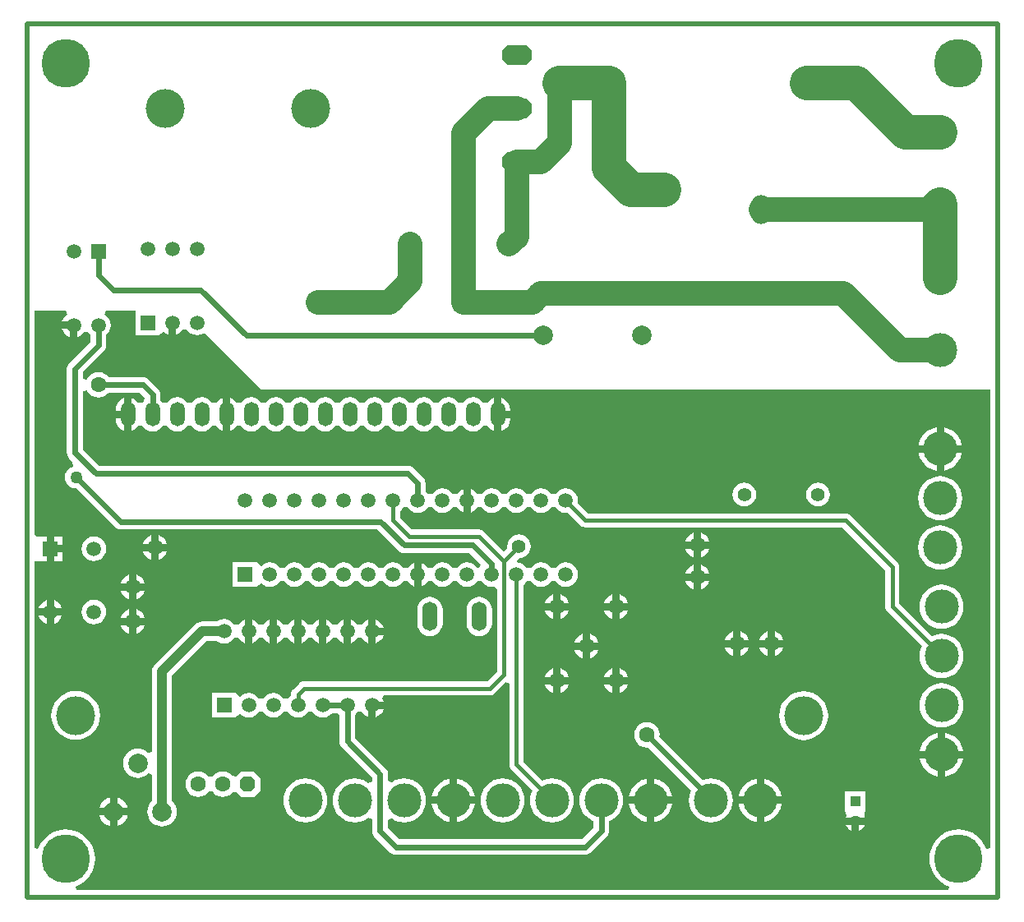
<source format=gbl>
%FSLAX24Y24*%
%MOIN*%
G70*
G01*
G75*
G04 Layer_Physical_Order=2*
G04 Layer_Color=16711680*
%ADD10R,0.0630X0.0709*%
%ADD11R,0.1378X0.0640*%
%ADD12R,0.0709X0.0630*%
%ADD13R,0.0472X0.0551*%
%ADD14R,0.0551X0.0591*%
%ADD15R,0.0591X0.0551*%
%ADD16R,0.0551X0.0472*%
%ADD17R,0.1339X0.0394*%
%ADD18R,0.3386X0.4213*%
%ADD19R,0.0512X0.1024*%
%ADD20R,0.0591X0.0472*%
%ADD21R,0.0360X0.0360*%
%ADD22R,0.0360X0.0500*%
%ADD23R,0.0360X0.0360*%
%ADD24R,0.0500X0.0360*%
%ADD25C,0.0240*%
%ADD26C,0.1400*%
%ADD27C,0.1000*%
%ADD28C,0.0600*%
%ADD29C,0.0400*%
%ADD30C,0.0160*%
%ADD31C,0.0500*%
%ADD32C,0.0800*%
%ADD33C,0.0197*%
%ADD34C,0.1575*%
G04:AMPARAMS|DCode=35|XSize=78.7mil|YSize=118.1mil|CornerRadius=0mil|HoleSize=0mil|Usage=FLASHONLY|Rotation=90.000|XOffset=0mil|YOffset=0mil|HoleType=Round|Shape=Octagon|*
%AMOCTAGOND35*
4,1,8,-0.0591,-0.0197,-0.0591,0.0197,-0.0394,0.0394,0.0394,0.0394,0.0591,0.0197,0.0591,-0.0197,0.0394,-0.0394,-0.0394,-0.0394,-0.0591,-0.0197,0.0*
%
%ADD35OCTAGOND35*%

%ADD36O,0.0591X0.0984*%
%ADD37C,0.0984*%
%ADD38C,0.0551*%
%ADD39R,0.0591X0.0591*%
%ADD40C,0.0591*%
%ADD41C,0.1378*%
%ADD42C,0.0591*%
%ADD43R,0.0591X0.0591*%
%ADD44O,0.0620X0.1181*%
%ADD45C,0.0787*%
%ADD46C,0.0630*%
%ADD47O,0.0787X0.1181*%
%ADD48R,0.0433X0.0433*%
%ADD49C,0.0433*%
%ADD50O,0.0866X0.1260*%
%ADD51P,0.0682X8X202.5*%
%ADD52C,0.0500*%
%ADD53C,0.1969*%
G36*
X24605Y32925D02*
X25595D01*
Y32951D01*
X25747Y33067D01*
X25850Y32988D01*
X25950Y32947D01*
Y33420D01*
X26250D01*
Y32947D01*
X26350Y32988D01*
X26453Y33067D01*
X26520Y33154D01*
X26680D01*
X26747Y33067D01*
X26850Y32988D01*
X26971Y32938D01*
X27100Y32921D01*
X27229Y32938D01*
X27350Y32988D01*
X27389Y33018D01*
X29700Y30707D01*
X59269D01*
Y12112D01*
X59112Y12081D01*
X59054Y12222D01*
X58956Y12381D01*
X58835Y12522D01*
X58694Y12643D01*
X58535Y12741D01*
X58362Y12812D01*
X58181Y12856D01*
X57995Y12870D01*
X57809Y12856D01*
X57628Y12812D01*
X57456Y12741D01*
X57297Y12643D01*
X57155Y12522D01*
X57034Y12381D01*
X56937Y12222D01*
X56866Y12049D01*
X56822Y11868D01*
X56807Y11682D01*
X56822Y11496D01*
X56866Y11315D01*
X56937Y11143D01*
X57034Y10984D01*
X57155Y10842D01*
X57297Y10721D01*
X57456Y10624D01*
X57597Y10565D01*
X57566Y10408D01*
X22204D01*
X22173Y10565D01*
X22314Y10624D01*
X22473Y10721D01*
X22615Y10842D01*
X22736Y10984D01*
X22833Y11143D01*
X22905Y11315D01*
X22948Y11496D01*
X22963Y11682D01*
X22948Y11868D01*
X22905Y12049D01*
X22833Y12222D01*
X22736Y12381D01*
X22615Y12522D01*
X22473Y12643D01*
X22314Y12741D01*
X22142Y12812D01*
X21961Y12856D01*
X21775Y12870D01*
X21589Y12856D01*
X21408Y12812D01*
X21235Y12741D01*
X21077Y12643D01*
X20935Y12522D01*
X20814Y12381D01*
X20716Y12222D01*
X20658Y12081D01*
X20501Y12112D01*
Y21610D01*
X20521Y21612D01*
Y21785D01*
X20501Y21786D01*
Y23762D01*
X20655D01*
Y23762D01*
X21000D01*
Y24257D01*
Y24753D01*
X20655D01*
Y24753D01*
X20614D01*
X20501Y24866D01*
Y33907D01*
X21786D01*
X21850Y33753D01*
X21747Y33674D01*
X21667Y33570D01*
X21626Y33470D01*
X22100D01*
Y33320D01*
X22250D01*
Y32847D01*
X22350Y32888D01*
X22453Y32967D01*
X22520Y33054D01*
X22680D01*
X22747Y32967D01*
X22777Y32944D01*
Y32641D01*
X21922Y31786D01*
X21870Y31719D01*
X21838Y31641D01*
X21827Y31557D01*
Y28157D01*
X21838Y28074D01*
X21838Y28074D01*
X21838Y28074D01*
X21870Y27996D01*
X21922Y27929D01*
X22056Y27795D01*
X22079Y27626D01*
X22072Y27591D01*
X21973Y27551D01*
X21879Y27478D01*
X21807Y27384D01*
X21762Y27275D01*
X21746Y27157D01*
X21762Y27040D01*
X21807Y26931D01*
X21879Y26837D01*
X21973Y26764D01*
X22083Y26719D01*
X22197Y26704D01*
X23772Y25129D01*
X23839Y25078D01*
X23916Y25046D01*
X24000Y25035D01*
X34416D01*
X35272Y24179D01*
X35339Y24128D01*
D01*
D01*
Y24128D01*
X35339Y24128D01*
D01*
D01*
X35339D01*
Y24128D01*
D01*
X35339D01*
Y24128D01*
X35416Y24096D01*
X35500Y24085D01*
X38156D01*
X38619Y23622D01*
X38558Y23474D01*
X38470D01*
X38403Y23561D01*
X38300Y23640D01*
X38179Y23690D01*
X38050Y23707D01*
X37921Y23690D01*
X37800Y23640D01*
X37697Y23561D01*
X37630Y23474D01*
X37470D01*
X37403Y23561D01*
X37300Y23640D01*
X37179Y23690D01*
X37050Y23707D01*
X36921Y23690D01*
X36800Y23640D01*
X36697Y23561D01*
X36630Y23474D01*
X36470D01*
X36403Y23561D01*
X36300Y23640D01*
X36200Y23681D01*
Y23207D01*
Y22734D01*
X36300Y22775D01*
X36403Y22854D01*
X36470Y22941D01*
X36630D01*
X36697Y22854D01*
X36800Y22775D01*
X36921Y22725D01*
X37050Y22708D01*
X37179Y22725D01*
X37300Y22775D01*
X37403Y22854D01*
X37470Y22941D01*
X37630D01*
X37697Y22854D01*
X37800Y22775D01*
X37921Y22725D01*
X38050Y22708D01*
X38179Y22725D01*
X38300Y22775D01*
X38403Y22854D01*
X38470Y22941D01*
X38630D01*
X38697Y22854D01*
X38800Y22775D01*
X38921Y22725D01*
X39050Y22708D01*
X39147Y22721D01*
X39268Y22615D01*
Y19284D01*
X38863Y18880D01*
X31430D01*
X31357Y18870D01*
X31337Y18862D01*
X31289Y18842D01*
X31230Y18797D01*
X31000Y18567D01*
X30955Y18509D01*
X30935Y18461D01*
X30927Y18441D01*
X30918Y18367D01*
Y18315D01*
X30847Y18261D01*
X30780Y18174D01*
X30620D01*
X30553Y18261D01*
X30450Y18340D01*
X30329Y18390D01*
X30200Y18407D01*
X30071Y18390D01*
X29950Y18340D01*
X29847Y18261D01*
X29780Y18174D01*
X29620D01*
X29553Y18261D01*
X29450Y18340D01*
X29329Y18390D01*
X29200Y18407D01*
X29071Y18390D01*
X28950Y18340D01*
X28847Y18261D01*
X28695Y18377D01*
Y18403D01*
X27705D01*
Y17412D01*
X28695D01*
Y17438D01*
X28847Y17554D01*
X28950Y17475D01*
X29071Y17425D01*
X29200Y17408D01*
X29329Y17425D01*
X29450Y17475D01*
X29553Y17554D01*
X29620Y17641D01*
X29780D01*
X29847Y17554D01*
X29950Y17475D01*
X30071Y17425D01*
X30200Y17408D01*
X30329Y17425D01*
X30450Y17475D01*
X30553Y17554D01*
X30620Y17641D01*
X30780D01*
X30847Y17554D01*
X30950Y17475D01*
X31071Y17425D01*
X31200Y17408D01*
X31329Y17425D01*
X31450Y17475D01*
X31553Y17554D01*
X31620Y17641D01*
X31780D01*
X31847Y17554D01*
X31950Y17475D01*
X32071Y17425D01*
X32200Y17408D01*
X32329Y17425D01*
X32450Y17475D01*
X32553Y17554D01*
X32577Y17585D01*
X32823D01*
X32847Y17554D01*
X32877Y17531D01*
Y16447D01*
X32888Y16364D01*
X32888Y16364D01*
X32888Y16364D01*
X32920Y16286D01*
X32972Y16219D01*
X34197Y14994D01*
Y14822D01*
X34053Y14754D01*
X33996Y14800D01*
X33842Y14883D01*
X33674Y14934D01*
X33500Y14951D01*
X33326Y14934D01*
X33158Y14883D01*
X33004Y14800D01*
X32868Y14689D01*
X32757Y14554D01*
X32675Y14399D01*
X32624Y14232D01*
X32607Y14057D01*
X32624Y13883D01*
X32675Y13716D01*
X32757Y13561D01*
X32868Y13426D01*
X33004Y13315D01*
X33158Y13232D01*
X33326Y13181D01*
X33500Y13164D01*
X33674Y13181D01*
X33842Y13232D01*
X33996Y13315D01*
X34053Y13361D01*
X34197Y13293D01*
Y12817D01*
X34208Y12734D01*
X34208Y12734D01*
X34208Y12734D01*
X34240Y12656D01*
X34292Y12589D01*
X34952Y11929D01*
X35019Y11878D01*
D01*
D01*
Y11878D01*
X35019Y11878D01*
D01*
D01*
X35019D01*
Y11878D01*
D01*
X35019D01*
Y11878D01*
X35096Y11846D01*
X35180Y11835D01*
X42830D01*
X42914Y11846D01*
X42991Y11878D01*
X43058Y11929D01*
X43058Y11929D01*
X43058Y11929D01*
X43728Y12599D01*
X43780Y12666D01*
X43780Y12666D01*
X43780Y12666D01*
X43812Y12744D01*
X43823Y12827D01*
Y13226D01*
X43842Y13232D01*
X43996Y13315D01*
X44132Y13426D01*
X44243Y13561D01*
X44325Y13716D01*
X44376Y13883D01*
X44393Y14057D01*
X44376Y14232D01*
X44325Y14399D01*
X44243Y14554D01*
X44132Y14689D01*
X43996Y14800D01*
X43842Y14883D01*
X43674Y14934D01*
X43500Y14951D01*
X43326Y14934D01*
X43158Y14883D01*
X43004Y14800D01*
X42868Y14689D01*
X42757Y14554D01*
X42675Y14399D01*
X42624Y14232D01*
X42607Y14057D01*
X42624Y13883D01*
X42675Y13716D01*
X42757Y13561D01*
X42868Y13426D01*
X43004Y13315D01*
X43158Y13232D01*
X43177Y13226D01*
Y12961D01*
X42696Y12480D01*
X35314D01*
X34843Y12951D01*
Y13260D01*
X34987Y13328D01*
X35004Y13315D01*
X35158Y13232D01*
X35326Y13181D01*
X35500Y13164D01*
X35674Y13181D01*
X35842Y13232D01*
X35996Y13315D01*
X36132Y13426D01*
X36243Y13561D01*
X36325Y13716D01*
X36376Y13883D01*
X36393Y14057D01*
X36376Y14232D01*
X36325Y14399D01*
X36243Y14554D01*
X36132Y14689D01*
X35996Y14800D01*
X35842Y14883D01*
X35674Y14934D01*
X35500Y14951D01*
X35326Y14934D01*
X35158Y14883D01*
X35004Y14800D01*
X34987Y14787D01*
X34843Y14855D01*
Y15127D01*
X34832Y15211D01*
X34800Y15289D01*
X34748Y15356D01*
X33523Y16581D01*
Y17531D01*
X33553Y17554D01*
X33620Y17641D01*
X33780D01*
X33847Y17554D01*
X33950Y17475D01*
X34050Y17434D01*
Y17907D01*
X34200D01*
Y18057D01*
X34674D01*
X34633Y18157D01*
X34622Y18172D01*
X34692Y18315D01*
X38980D01*
X39053Y18325D01*
X39073Y18333D01*
X39121Y18353D01*
X39180Y18398D01*
X39620Y18838D01*
X39768Y18777D01*
Y15507D01*
X39777Y15434D01*
X39785Y15414D01*
X39805Y15366D01*
X39850Y15308D01*
X40704Y14454D01*
X40675Y14399D01*
X40624Y14232D01*
X40607Y14057D01*
X40624Y13883D01*
X40675Y13716D01*
X40757Y13561D01*
X40868Y13426D01*
X41004Y13315D01*
X41158Y13232D01*
X41326Y13181D01*
X41500Y13164D01*
X41674Y13181D01*
X41842Y13232D01*
X41996Y13315D01*
X42132Y13426D01*
X42243Y13561D01*
X42325Y13716D01*
X42376Y13883D01*
X42393Y14057D01*
X42376Y14232D01*
X42325Y14399D01*
X42243Y14554D01*
X42132Y14689D01*
X41996Y14800D01*
X41842Y14883D01*
X41674Y14934D01*
X41500Y14951D01*
X41326Y14934D01*
X41158Y14883D01*
X41103Y14853D01*
X40332Y15624D01*
Y22800D01*
X40403Y22854D01*
X40470Y22941D01*
X40630D01*
X40697Y22854D01*
X40800Y22775D01*
X40921Y22725D01*
X41050Y22708D01*
X41179Y22725D01*
X41300Y22775D01*
X41403Y22854D01*
X41470Y22941D01*
X41630D01*
X41697Y22854D01*
X41800Y22775D01*
X41921Y22725D01*
X42050Y22708D01*
X42179Y22725D01*
X42300Y22775D01*
X42403Y22854D01*
X42483Y22958D01*
X42533Y23078D01*
X42550Y23207D01*
X42533Y23337D01*
X42483Y23457D01*
X42403Y23561D01*
X42300Y23640D01*
X42179Y23690D01*
X42050Y23707D01*
X41921Y23690D01*
X41800Y23640D01*
X41697Y23561D01*
X41630Y23474D01*
X41470D01*
X41403Y23561D01*
X41300Y23640D01*
X41179Y23690D01*
X41050Y23707D01*
X40921Y23690D01*
X40800Y23640D01*
X40697Y23561D01*
X40630Y23474D01*
X40470D01*
X40403Y23561D01*
X40300Y23640D01*
X40179Y23690D01*
X40105Y23700D01*
X40090Y23744D01*
X40174Y23880D01*
X40284Y23894D01*
X40400Y23942D01*
X40499Y24018D01*
X40575Y24118D01*
X40623Y24233D01*
X40640Y24357D01*
X40623Y24482D01*
X40575Y24597D01*
X40499Y24697D01*
X40400Y24773D01*
X40284Y24821D01*
X40160Y24837D01*
X40036Y24821D01*
X39920Y24773D01*
X39821Y24697D01*
X39745Y24597D01*
X39697Y24482D01*
X39680Y24357D01*
X39690Y24287D01*
X39550Y24147D01*
X38740Y24957D01*
X38681Y25002D01*
X38633Y25022D01*
X38613Y25030D01*
X38540Y25040D01*
X35817D01*
X35332Y25524D01*
Y25800D01*
X35403Y25854D01*
X35470Y25941D01*
X35630D01*
X35697Y25854D01*
X35800Y25775D01*
X35921Y25725D01*
X36050Y25708D01*
X36179Y25725D01*
X36300Y25775D01*
X36403Y25854D01*
X36470Y25941D01*
X36630D01*
X36697Y25854D01*
X36800Y25775D01*
X36921Y25725D01*
X37050Y25708D01*
X37179Y25725D01*
X37300Y25775D01*
X37403Y25854D01*
X37470Y25941D01*
X37630D01*
X37697Y25854D01*
X37800Y25775D01*
X37900Y25734D01*
Y26207D01*
Y26681D01*
X37800Y26640D01*
X37697Y26561D01*
X37630Y26474D01*
X37470D01*
X37403Y26561D01*
X37300Y26640D01*
X37179Y26690D01*
X37050Y26707D01*
X36921Y26690D01*
X36800Y26640D01*
X36697Y26561D01*
X36630Y26474D01*
X36470D01*
X36403Y26561D01*
X36373Y26584D01*
Y26907D01*
X36362Y26991D01*
X36330Y27069D01*
X36278Y27136D01*
X35878Y27536D01*
X35811Y27587D01*
X35734Y27619D01*
X35650Y27630D01*
X23134D01*
X22473Y28291D01*
Y30666D01*
X22630Y30697D01*
X22650Y30648D01*
X22733Y30540D01*
X22840Y30458D01*
X22966Y30406D01*
X23100Y30388D01*
X23234Y30406D01*
X23360Y30458D01*
X23467Y30540D01*
X23501Y30585D01*
X24766D01*
X24977Y30374D01*
X24977Y30374D01*
D01*
X24947Y30258D01*
X24880Y30171D01*
X24720D01*
X24653Y30258D01*
X24550Y30337D01*
X24450Y30378D01*
Y29707D01*
Y29037D01*
X24550Y29078D01*
X24653Y29157D01*
X24720Y29244D01*
X24880D01*
X24947Y29157D01*
X25050Y29078D01*
X25171Y29028D01*
X25300Y29011D01*
X25429Y29028D01*
X25550Y29078D01*
X25653Y29157D01*
X25720Y29244D01*
X25880D01*
X25947Y29157D01*
X26050Y29078D01*
X26171Y29028D01*
X26300Y29011D01*
X26429Y29028D01*
X26550Y29078D01*
X26653Y29157D01*
X26720Y29244D01*
X26880D01*
X26947Y29157D01*
X27050Y29078D01*
X27171Y29028D01*
X27300Y29011D01*
X27429Y29028D01*
X27550Y29078D01*
X27653Y29157D01*
X27720Y29244D01*
X27880D01*
X27947Y29157D01*
X28050Y29078D01*
X28150Y29037D01*
Y29707D01*
Y30378D01*
X28050Y30337D01*
X27947Y30258D01*
X27880Y30171D01*
X27720D01*
X27653Y30258D01*
X27550Y30337D01*
X27429Y30387D01*
X27300Y30404D01*
X27171Y30387D01*
X27050Y30337D01*
X26947Y30258D01*
X26880Y30171D01*
X26720D01*
X26653Y30258D01*
X26550Y30337D01*
X26429Y30387D01*
X26300Y30404D01*
X26171Y30387D01*
X26050Y30337D01*
X25947Y30258D01*
X25880Y30171D01*
X25720D01*
X25653Y30258D01*
X25623Y30281D01*
Y30507D01*
X25612Y30591D01*
X25580Y30669D01*
X25528Y30736D01*
X25128Y31136D01*
X25061Y31187D01*
X24984Y31219D01*
X24900Y31230D01*
X23501D01*
X23467Y31275D01*
X23360Y31357D01*
X23234Y31409D01*
X23100Y31427D01*
X22966Y31409D01*
X22840Y31357D01*
X22733Y31275D01*
X22650Y31167D01*
X22630Y31118D01*
X22473Y31149D01*
Y31424D01*
X23328Y32279D01*
X23380Y32346D01*
X23412Y32424D01*
X23423Y32507D01*
Y32944D01*
X23453Y32967D01*
X23533Y33071D01*
X23583Y33191D01*
X23600Y33320D01*
X23583Y33450D01*
X23533Y33570D01*
X23453Y33674D01*
X23350Y33753D01*
X23414Y33907D01*
X24605D01*
Y32925D01*
D02*
G37*
%LPC*%
G36*
X44250Y19403D02*
Y19057D01*
X44595D01*
X44550Y19167D01*
X44467Y19275D01*
X44360Y19357D01*
X44250Y19403D01*
D02*
G37*
G36*
X41850D02*
Y19057D01*
X42195D01*
X42150Y19167D01*
X42067Y19275D01*
X41960Y19357D01*
X41850Y19403D01*
D02*
G37*
G36*
X43950D02*
X43840Y19357D01*
X43733Y19275D01*
X43650Y19167D01*
X43605Y19057D01*
X43950D01*
Y19403D01*
D02*
G37*
G36*
X42750Y20157D02*
X42405D01*
X42450Y20048D01*
X42533Y19940D01*
X42640Y19858D01*
X42750Y19812D01*
Y20157D01*
D02*
G37*
G36*
X49495Y20257D02*
X49150D01*
Y19912D01*
X49260Y19958D01*
X49367Y20040D01*
X49450Y20148D01*
X49495Y20257D01*
D02*
G37*
G36*
X48850D02*
X48505D01*
X48550Y20148D01*
X48633Y20040D01*
X48740Y19958D01*
X48850Y19912D01*
Y20257D01*
D02*
G37*
G36*
X43395Y20157D02*
X43050D01*
Y19812D01*
X43160Y19858D01*
X43267Y19940D01*
X43350Y20048D01*
X43395Y20157D01*
D02*
G37*
G36*
X41550Y18757D02*
X41205D01*
X41250Y18648D01*
X41333Y18540D01*
X41440Y18458D01*
X41550Y18412D01*
Y18757D01*
D02*
G37*
G36*
X34674Y17757D02*
X34350D01*
Y17434D01*
X34450Y17475D01*
X34553Y17554D01*
X34633Y17658D01*
X34674Y17757D01*
D02*
G37*
G36*
X57300Y18801D02*
X57126Y18784D01*
X56958Y18733D01*
X56804Y18650D01*
X56668Y18539D01*
X56557Y18404D01*
X56475Y18249D01*
X56424Y18082D01*
X56407Y17907D01*
X56424Y17733D01*
X56475Y17566D01*
X56557Y17411D01*
X56668Y17276D01*
X56804Y17165D01*
X56958Y17082D01*
X57126Y17031D01*
X57300Y17014D01*
X57474Y17031D01*
X57642Y17082D01*
X57796Y17165D01*
X57932Y17276D01*
X58043Y17411D01*
X58125Y17566D01*
X58176Y17733D01*
X58193Y17907D01*
X58176Y18082D01*
X58125Y18249D01*
X58043Y18404D01*
X57932Y18539D01*
X57796Y18650D01*
X57642Y18733D01*
X57474Y18784D01*
X57300Y18801D01*
D02*
G37*
G36*
X42195Y18757D02*
X41850D01*
Y18412D01*
X41960Y18458D01*
X42067Y18540D01*
X42150Y18648D01*
X42195Y18757D01*
D02*
G37*
G36*
X41550Y19403D02*
X41440Y19357D01*
X41333Y19275D01*
X41250Y19167D01*
X41205Y19057D01*
X41550D01*
Y19403D01*
D02*
G37*
G36*
X44595Y18757D02*
X44250D01*
Y18412D01*
X44360Y18458D01*
X44467Y18540D01*
X44550Y18648D01*
X44595Y18757D01*
D02*
G37*
G36*
X43950D02*
X43605D01*
X43650Y18648D01*
X43733Y18540D01*
X43840Y18458D01*
X43950Y18412D01*
Y18757D01*
D02*
G37*
G36*
X36550Y22302D02*
X36417Y22285D01*
X36293Y22234D01*
X36186Y22152D01*
X36105Y22045D01*
X36053Y21921D01*
X36036Y21788D01*
Y21227D01*
X36053Y21094D01*
X36105Y20970D01*
X36186Y20863D01*
X36293Y20781D01*
X36417Y20730D01*
X36550Y20713D01*
X36683Y20730D01*
X36807Y20781D01*
X36914Y20863D01*
X36995Y20970D01*
X37047Y21094D01*
X37064Y21227D01*
Y21788D01*
X37047Y21921D01*
X36995Y22045D01*
X36914Y22152D01*
X36807Y22234D01*
X36683Y22285D01*
X36550Y22302D01*
D02*
G37*
G36*
X50550Y20903D02*
Y20557D01*
X50895D01*
X50850Y20667D01*
X50767Y20775D01*
X50660Y20857D01*
X50550Y20903D01*
D02*
G37*
G36*
X50250D02*
X50140Y20857D01*
X50033Y20775D01*
X49950Y20667D01*
X49905Y20557D01*
X50250D01*
Y20903D01*
D02*
G37*
G36*
X38550Y22302D02*
X38417Y22285D01*
X38293Y22234D01*
X38186Y22152D01*
X38105Y22045D01*
X38053Y21921D01*
X38036Y21788D01*
Y21227D01*
X38053Y21094D01*
X38105Y20970D01*
X38186Y20863D01*
X38293Y20781D01*
X38417Y20730D01*
X38550Y20713D01*
X38683Y20730D01*
X38807Y20781D01*
X38914Y20863D01*
X38995Y20970D01*
X39047Y21094D01*
X39064Y21227D01*
Y21788D01*
X39047Y21921D01*
X38995Y22045D01*
X38914Y22152D01*
X38807Y22234D01*
X38683Y22285D01*
X38550Y22302D01*
D02*
G37*
G36*
X57300Y22801D02*
X57126Y22784D01*
X56958Y22733D01*
X56804Y22650D01*
X56668Y22539D01*
X56557Y22404D01*
X56475Y22249D01*
X56424Y22082D01*
X56407Y21907D01*
X56424Y21733D01*
X56475Y21566D01*
X56557Y21411D01*
X56668Y21276D01*
X56804Y21165D01*
X56958Y21082D01*
X57126Y21031D01*
X57300Y21014D01*
X57474Y21031D01*
X57642Y21082D01*
X57796Y21165D01*
X57932Y21276D01*
X58043Y21411D01*
X58125Y21566D01*
X58176Y21733D01*
X58193Y21907D01*
X58176Y22082D01*
X58125Y22249D01*
X58043Y22404D01*
X57932Y22539D01*
X57796Y22650D01*
X57642Y22733D01*
X57474Y22784D01*
X57300Y22801D01*
D02*
G37*
G36*
X24995Y21157D02*
X24650D01*
Y20812D01*
X24760Y20858D01*
X24867Y20940D01*
X24950Y21048D01*
X24995Y21157D01*
D02*
G37*
G36*
X24350D02*
X24005D01*
X24050Y21048D01*
X24133Y20940D01*
X24240Y20858D01*
X24350Y20812D01*
Y21157D01*
D02*
G37*
G36*
X34674Y20757D02*
X34350D01*
Y20434D01*
X34450Y20475D01*
X34553Y20554D01*
X34633Y20658D01*
X34674Y20757D01*
D02*
G37*
G36*
X50895Y20257D02*
X50550D01*
Y19912D01*
X50660Y19958D01*
X50767Y20040D01*
X50850Y20148D01*
X50895Y20257D01*
D02*
G37*
G36*
X50250D02*
X49905D01*
X49950Y20148D01*
X50033Y20040D01*
X50140Y19958D01*
X50250Y19912D01*
Y20257D01*
D02*
G37*
G36*
X42750Y20803D02*
X42640Y20757D01*
X42533Y20675D01*
X42450Y20567D01*
X42405Y20457D01*
X42750D01*
Y20803D01*
D02*
G37*
G36*
X49150Y20903D02*
Y20557D01*
X49495D01*
X49450Y20667D01*
X49367Y20775D01*
X49260Y20857D01*
X49150Y20903D01*
D02*
G37*
G36*
X48850D02*
X48740Y20857D01*
X48633Y20775D01*
X48550Y20667D01*
X48505Y20557D01*
X48850D01*
Y20903D01*
D02*
G37*
G36*
X43050Y20803D02*
Y20457D01*
X43395D01*
X43350Y20567D01*
X43267Y20675D01*
X43160Y20757D01*
X43050Y20803D01*
D02*
G37*
G36*
X22180Y18490D02*
X21986Y18471D01*
X21800Y18414D01*
X21629Y18322D01*
X21478Y18199D01*
X21355Y18049D01*
X21263Y17877D01*
X21207Y17691D01*
X21188Y17497D01*
X21207Y17304D01*
X21263Y17118D01*
X21355Y16946D01*
X21478Y16796D01*
X21629Y16673D01*
X21800Y16581D01*
X21986Y16524D01*
X22180Y16505D01*
X22374Y16524D01*
X22560Y16581D01*
X22731Y16673D01*
X22882Y16796D01*
X23005Y16946D01*
X23097Y17118D01*
X23153Y17304D01*
X23172Y17497D01*
X23153Y17691D01*
X23097Y17877D01*
X23005Y18049D01*
X22882Y18199D01*
X22731Y18322D01*
X22560Y18414D01*
X22374Y18471D01*
X22180Y18490D01*
D02*
G37*
G36*
X45350Y13907D02*
X44622D01*
X44624Y13883D01*
X44675Y13716D01*
X44757Y13561D01*
X44868Y13426D01*
X45004Y13315D01*
X45158Y13232D01*
X45326Y13181D01*
X45350Y13179D01*
Y13907D01*
D02*
G37*
G36*
X38379D02*
X37650D01*
Y13179D01*
X37674Y13181D01*
X37842Y13232D01*
X37996Y13315D01*
X38132Y13426D01*
X38243Y13561D01*
X38325Y13716D01*
X38376Y13883D01*
X38379Y13907D01*
D02*
G37*
G36*
X37350D02*
X36621D01*
X36624Y13883D01*
X36675Y13716D01*
X36757Y13561D01*
X36868Y13426D01*
X37004Y13315D01*
X37158Y13232D01*
X37326Y13181D01*
X37350Y13179D01*
Y13907D01*
D02*
G37*
G36*
X46378D02*
X45650D01*
Y13179D01*
X45674Y13181D01*
X45842Y13232D01*
X45996Y13315D01*
X46132Y13426D01*
X46243Y13561D01*
X46325Y13716D01*
X46376Y13883D01*
X46378Y13907D01*
D02*
G37*
G36*
X54217Y14418D02*
X53383D01*
Y13585D01*
X53383D01*
X53410Y13568D01*
X53436Y13424D01*
X53411Y13364D01*
X54189D01*
X54164Y13424D01*
X54190Y13568D01*
X54217Y13585D01*
X54217D01*
Y14418D01*
D02*
G37*
G36*
X50828Y13907D02*
X50100D01*
Y13179D01*
X50124Y13181D01*
X50292Y13232D01*
X50446Y13315D01*
X50582Y13426D01*
X50693Y13561D01*
X50775Y13716D01*
X50826Y13883D01*
X50828Y13907D01*
D02*
G37*
G36*
X49800D02*
X49071D01*
X49074Y13883D01*
X49125Y13716D01*
X49207Y13561D01*
X49318Y13426D01*
X49454Y13315D01*
X49608Y13232D01*
X49776Y13181D01*
X49800Y13179D01*
Y13907D01*
D02*
G37*
G36*
X23566Y13439D02*
X23141D01*
X23165Y13361D01*
X23220Y13258D01*
X23294Y13167D01*
X23384Y13093D01*
X23487Y13038D01*
X23566Y13014D01*
Y13439D01*
D02*
G37*
G36*
X54189Y13064D02*
X53950D01*
Y12825D01*
X54010Y12850D01*
X54097Y12917D01*
X54164Y13004D01*
X54189Y13064D01*
D02*
G37*
G36*
X53650D02*
X53411D01*
X53436Y13004D01*
X53503Y12917D01*
X53590Y12850D01*
X53650Y12825D01*
Y13064D01*
D02*
G37*
G36*
X24291Y13439D02*
X23866D01*
Y13014D01*
X23944Y13038D01*
X24047Y13093D01*
X24138Y13167D01*
X24212Y13258D01*
X24267Y13361D01*
X24291Y13439D01*
D02*
G37*
G36*
X45350Y17227D02*
X45216Y17209D01*
X45090Y17157D01*
X44983Y17075D01*
X44900Y16967D01*
X44848Y16842D01*
X44831Y16707D01*
X44848Y16573D01*
X44900Y16448D01*
X44983Y16340D01*
X45090Y16258D01*
X45216Y16206D01*
X45350Y16188D01*
X45406Y16195D01*
X47152Y14449D01*
X47125Y14399D01*
X47074Y14232D01*
X47057Y14057D01*
X47074Y13883D01*
X47125Y13716D01*
X47207Y13561D01*
X47318Y13426D01*
X47454Y13315D01*
X47608Y13232D01*
X47776Y13181D01*
X47950Y13164D01*
X48124Y13181D01*
X48292Y13232D01*
X48446Y13315D01*
X48582Y13426D01*
X48693Y13561D01*
X48775Y13716D01*
X48826Y13883D01*
X48843Y14057D01*
X48826Y14232D01*
X48775Y14399D01*
X48693Y14554D01*
X48582Y14689D01*
X48446Y14800D01*
X48292Y14883D01*
X48124Y14934D01*
X47950Y14951D01*
X47776Y14934D01*
X47626Y14888D01*
X45862Y16652D01*
X45869Y16707D01*
X45852Y16842D01*
X45800Y16967D01*
X45717Y17075D01*
X45610Y17157D01*
X45484Y17209D01*
X45350Y17227D01*
D02*
G37*
G36*
X39500Y14951D02*
X39326Y14934D01*
X39158Y14883D01*
X39004Y14800D01*
X38868Y14689D01*
X38757Y14554D01*
X38675Y14399D01*
X38624Y14232D01*
X38607Y14057D01*
X38624Y13883D01*
X38675Y13716D01*
X38757Y13561D01*
X38868Y13426D01*
X39004Y13315D01*
X39158Y13232D01*
X39326Y13181D01*
X39500Y13164D01*
X39674Y13181D01*
X39842Y13232D01*
X39996Y13315D01*
X40132Y13426D01*
X40243Y13561D01*
X40325Y13716D01*
X40376Y13883D01*
X40393Y14057D01*
X40376Y14232D01*
X40325Y14399D01*
X40243Y14554D01*
X40132Y14689D01*
X39996Y14800D01*
X39842Y14883D01*
X39674Y14934D01*
X39500Y14951D01*
D02*
G37*
G36*
X31500D02*
X31326Y14934D01*
X31158Y14883D01*
X31004Y14800D01*
X30868Y14689D01*
X30757Y14554D01*
X30675Y14399D01*
X30624Y14232D01*
X30607Y14057D01*
X30624Y13883D01*
X30675Y13716D01*
X30757Y13561D01*
X30868Y13426D01*
X31004Y13315D01*
X31158Y13232D01*
X31326Y13181D01*
X31500Y13164D01*
X31674Y13181D01*
X31842Y13232D01*
X31996Y13315D01*
X32132Y13426D01*
X32243Y13561D01*
X32325Y13716D01*
X32376Y13883D01*
X32393Y14057D01*
X32376Y14232D01*
X32325Y14399D01*
X32243Y14554D01*
X32132Y14689D01*
X31996Y14800D01*
X31842Y14883D01*
X31674Y14934D01*
X31500Y14951D01*
D02*
G37*
G36*
X57150Y15757D02*
X56421D01*
X56424Y15733D01*
X56475Y15566D01*
X56557Y15411D01*
X56668Y15276D01*
X56804Y15165D01*
X56958Y15082D01*
X57126Y15031D01*
X57150Y15029D01*
Y15757D01*
D02*
G37*
G36*
X28150Y15227D02*
X28016Y15209D01*
X27890Y15157D01*
X27783Y15075D01*
X27730Y15006D01*
X27570D01*
X27517Y15075D01*
X27410Y15157D01*
X27284Y15209D01*
X27150Y15227D01*
X27016Y15209D01*
X26890Y15157D01*
X26783Y15075D01*
X26700Y14967D01*
X26648Y14842D01*
X26631Y14707D01*
X26648Y14573D01*
X26700Y14448D01*
X26783Y14340D01*
X26890Y14258D01*
X27016Y14206D01*
X27150Y14188D01*
X27284Y14206D01*
X27410Y14258D01*
X27517Y14340D01*
X27570Y14409D01*
X27730D01*
X27783Y14340D01*
X27890Y14258D01*
X28016Y14206D01*
X28150Y14188D01*
X28284Y14206D01*
X28410Y14258D01*
X28517Y14340D01*
X28542Y14373D01*
X28702Y14383D01*
X28893Y14193D01*
X29407D01*
X29665Y14450D01*
Y14965D01*
X29407Y15222D01*
X28893D01*
X28702Y15032D01*
X28542Y15042D01*
X28517Y15075D01*
X28410Y15157D01*
X28284Y15209D01*
X28150Y15227D01*
D02*
G37*
G36*
X50100Y14936D02*
Y14207D01*
X50828D01*
X50826Y14232D01*
X50775Y14399D01*
X50693Y14554D01*
X50582Y14689D01*
X50446Y14800D01*
X50292Y14883D01*
X50124Y14934D01*
X50100Y14936D01*
D02*
G37*
G36*
X58179Y15757D02*
X57450D01*
Y15029D01*
X57474Y15031D01*
X57642Y15082D01*
X57796Y15165D01*
X57932Y15276D01*
X58043Y15411D01*
X58125Y15566D01*
X58176Y15733D01*
X58179Y15757D01*
D02*
G37*
G36*
X51710Y18485D02*
X51516Y18466D01*
X51330Y18409D01*
X51159Y18317D01*
X51008Y18194D01*
X50885Y18044D01*
X50793Y17872D01*
X50737Y17686D01*
X50718Y17492D01*
X50737Y17299D01*
X50793Y17113D01*
X50885Y16941D01*
X51008Y16791D01*
X51159Y16668D01*
X51330Y16576D01*
X51516Y16519D01*
X51710Y16500D01*
X51904Y16519D01*
X52090Y16576D01*
X52261Y16668D01*
X52412Y16791D01*
X52535Y16941D01*
X52627Y17113D01*
X52683Y17299D01*
X52702Y17492D01*
X52683Y17686D01*
X52627Y17872D01*
X52535Y18044D01*
X52412Y18194D01*
X52261Y18317D01*
X52090Y18409D01*
X51904Y18466D01*
X51710Y18485D01*
D02*
G37*
G36*
X57450Y16786D02*
Y16057D01*
X58179D01*
X58176Y16082D01*
X58125Y16249D01*
X58043Y16404D01*
X57932Y16539D01*
X57796Y16650D01*
X57642Y16733D01*
X57474Y16784D01*
X57450Y16786D01*
D02*
G37*
G36*
X57150D02*
X57126Y16784D01*
X56958Y16733D01*
X56804Y16650D01*
X56668Y16539D01*
X56557Y16404D01*
X56475Y16249D01*
X56424Y16082D01*
X56421Y16057D01*
X57150D01*
Y16786D01*
D02*
G37*
G36*
X37350Y14936D02*
X37326Y14934D01*
X37158Y14883D01*
X37004Y14800D01*
X36868Y14689D01*
X36757Y14554D01*
X36675Y14399D01*
X36624Y14232D01*
X36621Y14207D01*
X37350D01*
Y14936D01*
D02*
G37*
G36*
X23866Y14164D02*
Y13739D01*
X24291D01*
X24267Y13817D01*
X24212Y13920D01*
X24138Y14011D01*
X24047Y14085D01*
X23944Y14140D01*
X23866Y14164D01*
D02*
G37*
G36*
X23566D02*
X23487Y14140D01*
X23384Y14085D01*
X23294Y14011D01*
X23220Y13920D01*
X23165Y13817D01*
X23141Y13739D01*
X23566D01*
Y14164D01*
D02*
G37*
G36*
X37650Y14936D02*
Y14207D01*
X38379D01*
X38376Y14232D01*
X38325Y14399D01*
X38243Y14554D01*
X38132Y14689D01*
X37996Y14800D01*
X37842Y14883D01*
X37674Y14934D01*
X37650Y14936D01*
D02*
G37*
G36*
X49800D02*
X49776Y14934D01*
X49608Y14883D01*
X49454Y14800D01*
X49318Y14689D01*
X49207Y14554D01*
X49125Y14399D01*
X49074Y14232D01*
X49071Y14207D01*
X49800D01*
Y14936D01*
D02*
G37*
G36*
X45650D02*
Y14207D01*
X46378D01*
X46376Y14232D01*
X46325Y14399D01*
X46243Y14554D01*
X46132Y14689D01*
X45996Y14800D01*
X45842Y14883D01*
X45674Y14934D01*
X45650Y14936D01*
D02*
G37*
G36*
X45350D02*
X45326Y14934D01*
X45158Y14883D01*
X45004Y14800D01*
X44868Y14689D01*
X44757Y14554D01*
X44675Y14399D01*
X44624Y14232D01*
X44622Y14207D01*
X45350D01*
Y14936D01*
D02*
G37*
G36*
X21645Y24753D02*
X21300D01*
Y24407D01*
X21645D01*
Y24753D01*
D02*
G37*
G36*
X47895Y24257D02*
X47550D01*
Y23912D01*
X47660Y23958D01*
X47767Y24040D01*
X47850Y24148D01*
X47895Y24257D01*
D02*
G37*
G36*
X47250D02*
X46905D01*
X46950Y24148D01*
X47033Y24040D01*
X47140Y23958D01*
X47250Y23912D01*
Y24257D01*
D02*
G37*
G36*
X25250Y24803D02*
X25140Y24757D01*
X25033Y24675D01*
X24950Y24567D01*
X24905Y24457D01*
X25250D01*
Y24803D01*
D02*
G37*
G36*
X47550Y24903D02*
Y24557D01*
X47895D01*
X47850Y24667D01*
X47767Y24775D01*
X47660Y24857D01*
X47550Y24903D01*
D02*
G37*
G36*
X47250D02*
X47140Y24857D01*
X47033Y24775D01*
X46950Y24667D01*
X46905Y24557D01*
X47250D01*
Y24903D01*
D02*
G37*
G36*
X25550Y24803D02*
Y24457D01*
X25895D01*
X25850Y24567D01*
X25767Y24675D01*
X25660Y24757D01*
X25550Y24803D01*
D02*
G37*
G36*
X35050Y23707D02*
X34921Y23690D01*
X34800Y23640D01*
X34697Y23561D01*
X34630Y23474D01*
X34470D01*
X34403Y23561D01*
X34300Y23640D01*
X34179Y23690D01*
X34050Y23707D01*
X33921Y23690D01*
X33800Y23640D01*
X33697Y23561D01*
X33630Y23474D01*
X33470D01*
X33403Y23561D01*
X33300Y23640D01*
X33179Y23690D01*
X33050Y23707D01*
X32921Y23690D01*
X32800Y23640D01*
X32697Y23561D01*
X32630Y23474D01*
X32470D01*
X32403Y23561D01*
X32300Y23640D01*
X32179Y23690D01*
X32050Y23707D01*
X31921Y23690D01*
X31800Y23640D01*
X31697Y23561D01*
X31630Y23474D01*
X31470D01*
X31403Y23561D01*
X31300Y23640D01*
X31179Y23690D01*
X31050Y23707D01*
X30921Y23690D01*
X30800Y23640D01*
X30697Y23561D01*
X30630Y23474D01*
X30470D01*
X30403Y23561D01*
X30300Y23640D01*
X30179Y23690D01*
X30050Y23707D01*
X29921Y23690D01*
X29800Y23640D01*
X29697Y23561D01*
X29545Y23677D01*
Y23703D01*
X28555D01*
Y22712D01*
X29545D01*
Y22738D01*
X29697Y22854D01*
X29800Y22775D01*
X29921Y22725D01*
X30050Y22708D01*
X30179Y22725D01*
X30300Y22775D01*
X30403Y22854D01*
X30470Y22941D01*
X30630D01*
X30697Y22854D01*
X30800Y22775D01*
X30921Y22725D01*
X31050Y22708D01*
X31179Y22725D01*
X31300Y22775D01*
X31403Y22854D01*
X31470Y22941D01*
X31630D01*
X31697Y22854D01*
X31800Y22775D01*
X31921Y22725D01*
X32050Y22708D01*
X32179Y22725D01*
X32300Y22775D01*
X32403Y22854D01*
X32470Y22941D01*
X32630D01*
X32697Y22854D01*
X32800Y22775D01*
X32921Y22725D01*
X33050Y22708D01*
X33179Y22725D01*
X33300Y22775D01*
X33403Y22854D01*
X33470Y22941D01*
X33630D01*
X33697Y22854D01*
X33800Y22775D01*
X33921Y22725D01*
X34050Y22708D01*
X34179Y22725D01*
X34300Y22775D01*
X34403Y22854D01*
X34470Y22941D01*
X34630D01*
X34697Y22854D01*
X34800Y22775D01*
X34921Y22725D01*
X35050Y22708D01*
X35179Y22725D01*
X35300Y22775D01*
X35403Y22854D01*
X35470Y22941D01*
X35630D01*
X35697Y22854D01*
X35800Y22775D01*
X35900Y22734D01*
Y23207D01*
Y23681D01*
X35800Y23640D01*
X35697Y23561D01*
X35630Y23474D01*
X35470D01*
X35403Y23561D01*
X35300Y23640D01*
X35179Y23690D01*
X35050Y23707D01*
D02*
G37*
G36*
X57250Y25201D02*
X57076Y25184D01*
X56908Y25133D01*
X56754Y25050D01*
X56618Y24939D01*
X56507Y24804D01*
X56425Y24649D01*
X56374Y24482D01*
X56357Y24307D01*
X56374Y24133D01*
X56425Y23966D01*
X56507Y23811D01*
X56618Y23676D01*
X56754Y23565D01*
X56908Y23482D01*
X57076Y23431D01*
X57250Y23414D01*
X57424Y23431D01*
X57592Y23482D01*
X57746Y23565D01*
X57882Y23676D01*
X57993Y23811D01*
X58075Y23966D01*
X58126Y24133D01*
X58143Y24307D01*
X58126Y24482D01*
X58075Y24649D01*
X57993Y24804D01*
X57882Y24939D01*
X57746Y25050D01*
X57592Y25133D01*
X57424Y25184D01*
X57250Y25201D01*
D02*
G37*
G36*
X47550Y23603D02*
Y23257D01*
X47895D01*
X47850Y23367D01*
X47767Y23475D01*
X47660Y23557D01*
X47550Y23603D01*
D02*
G37*
G36*
X22922Y24757D02*
X22792Y24740D01*
X22672Y24690D01*
X22568Y24611D01*
X22489Y24507D01*
X22439Y24387D01*
X22422Y24257D01*
X22439Y24128D01*
X22489Y24008D01*
X22568Y23904D01*
X22672Y23825D01*
X22792Y23775D01*
X22922Y23758D01*
X23051Y23775D01*
X23171Y23825D01*
X23275Y23904D01*
X23354Y24008D01*
X23404Y24128D01*
X23421Y24257D01*
X23404Y24387D01*
X23354Y24507D01*
X23275Y24611D01*
X23171Y24690D01*
X23051Y24740D01*
X22922Y24757D01*
D02*
G37*
G36*
X25895Y24157D02*
X25550D01*
Y23812D01*
X25660Y23858D01*
X25767Y23940D01*
X25850Y24048D01*
X25895Y24157D01*
D02*
G37*
G36*
X25250D02*
X24905D01*
X24950Y24048D01*
X25033Y23940D01*
X25140Y23858D01*
X25250Y23812D01*
Y24157D01*
D02*
G37*
G36*
X21645Y24107D02*
X21300D01*
Y23762D01*
X21645D01*
Y24107D01*
D02*
G37*
G36*
X39800Y29557D02*
X39450D01*
Y29037D01*
X39550Y29078D01*
X39653Y29157D01*
X39733Y29261D01*
X39783Y29381D01*
X39800Y29511D01*
Y29557D01*
D02*
G37*
G36*
X24150D02*
X23800D01*
Y29511D01*
X23817Y29381D01*
X23867Y29261D01*
X23947Y29157D01*
X24050Y29078D01*
X24150Y29037D01*
Y29557D01*
D02*
G37*
G36*
X57400Y29186D02*
Y28457D01*
X58128D01*
X58126Y28482D01*
X58075Y28649D01*
X57993Y28804D01*
X57882Y28939D01*
X57746Y29050D01*
X57592Y29133D01*
X57424Y29184D01*
X57400Y29186D01*
D02*
G37*
G36*
X24150Y30378D02*
X24050Y30337D01*
X23947Y30258D01*
X23867Y30154D01*
X23817Y30034D01*
X23800Y29904D01*
Y29857D01*
X24150D01*
Y30378D01*
D02*
G37*
G36*
X21950Y33170D02*
X21626D01*
X21667Y33071D01*
X21747Y32967D01*
X21850Y32888D01*
X21950Y32847D01*
Y33170D01*
D02*
G37*
G36*
X38300Y30404D02*
X38171Y30387D01*
X38050Y30337D01*
X37947Y30258D01*
X37880Y30171D01*
X37720D01*
X37653Y30258D01*
X37550Y30337D01*
X37429Y30387D01*
X37300Y30404D01*
X37171Y30387D01*
X37050Y30337D01*
X36947Y30258D01*
X36880Y30171D01*
X36720D01*
X36653Y30258D01*
X36550Y30337D01*
X36429Y30387D01*
X36300Y30404D01*
X36171Y30387D01*
X36050Y30337D01*
X35947Y30258D01*
X35880Y30171D01*
X35720D01*
X35653Y30258D01*
X35550Y30337D01*
X35429Y30387D01*
X35300Y30404D01*
X35171Y30387D01*
X35050Y30337D01*
X34947Y30258D01*
X34880Y30171D01*
X34720D01*
X34653Y30258D01*
X34550Y30337D01*
X34429Y30387D01*
X34300Y30404D01*
X34171Y30387D01*
X34050Y30337D01*
X33947Y30258D01*
X33880Y30171D01*
X33720D01*
X33653Y30258D01*
X33550Y30337D01*
X33429Y30387D01*
X33300Y30404D01*
X33171Y30387D01*
X33050Y30337D01*
X32947Y30258D01*
X32880Y30171D01*
X32720D01*
X32653Y30258D01*
X32550Y30337D01*
X32429Y30387D01*
X32300Y30404D01*
X32171Y30387D01*
X32050Y30337D01*
X31947Y30258D01*
X31880Y30171D01*
X31720D01*
X31653Y30258D01*
X31550Y30337D01*
X31429Y30387D01*
X31300Y30404D01*
X31171Y30387D01*
X31050Y30337D01*
X30947Y30258D01*
X30880Y30171D01*
X30720D01*
X30653Y30258D01*
X30550Y30337D01*
X30429Y30387D01*
X30300Y30404D01*
X30171Y30387D01*
X30050Y30337D01*
X29947Y30258D01*
X29880Y30171D01*
X29720D01*
X29653Y30258D01*
X29550Y30337D01*
X29429Y30387D01*
X29300Y30404D01*
X29171Y30387D01*
X29050Y30337D01*
X28947Y30258D01*
X28880Y30171D01*
X28720D01*
X28653Y30258D01*
X28550Y30337D01*
X28450Y30378D01*
Y29707D01*
Y29037D01*
X28550Y29078D01*
X28653Y29157D01*
X28720Y29244D01*
X28880D01*
X28947Y29157D01*
X29050Y29078D01*
X29171Y29028D01*
X29300Y29011D01*
X29429Y29028D01*
X29550Y29078D01*
X29653Y29157D01*
X29720Y29244D01*
X29880D01*
X29947Y29157D01*
X30050Y29078D01*
X30171Y29028D01*
X30300Y29011D01*
X30429Y29028D01*
X30550Y29078D01*
X30653Y29157D01*
X30720Y29244D01*
X30880D01*
X30947Y29157D01*
X31050Y29078D01*
X31171Y29028D01*
X31300Y29011D01*
X31429Y29028D01*
X31550Y29078D01*
X31653Y29157D01*
X31720Y29244D01*
X31880D01*
X31947Y29157D01*
X32050Y29078D01*
X32171Y29028D01*
X32300Y29011D01*
X32429Y29028D01*
X32550Y29078D01*
X32653Y29157D01*
X32720Y29244D01*
X32880D01*
X32947Y29157D01*
X33050Y29078D01*
X33171Y29028D01*
X33300Y29011D01*
X33429Y29028D01*
X33550Y29078D01*
X33653Y29157D01*
X33720Y29244D01*
X33880D01*
X33947Y29157D01*
X34050Y29078D01*
X34171Y29028D01*
X34300Y29011D01*
X34429Y29028D01*
X34550Y29078D01*
X34653Y29157D01*
X34720Y29244D01*
X34880D01*
X34947Y29157D01*
X35050Y29078D01*
X35171Y29028D01*
X35300Y29011D01*
X35429Y29028D01*
X35550Y29078D01*
X35653Y29157D01*
X35720Y29244D01*
X35880D01*
X35947Y29157D01*
X36050Y29078D01*
X36171Y29028D01*
X36300Y29011D01*
X36429Y29028D01*
X36550Y29078D01*
X36653Y29157D01*
X36720Y29244D01*
X36880D01*
X36947Y29157D01*
X37050Y29078D01*
X37171Y29028D01*
X37300Y29011D01*
X37429Y29028D01*
X37550Y29078D01*
X37653Y29157D01*
X37720Y29244D01*
X37880D01*
X37947Y29157D01*
X38050Y29078D01*
X38171Y29028D01*
X38300Y29011D01*
X38429Y29028D01*
X38550Y29078D01*
X38653Y29157D01*
X38720Y29244D01*
X38880D01*
X38947Y29157D01*
X39050Y29078D01*
X39150Y29037D01*
Y29707D01*
Y30378D01*
X39050Y30337D01*
X38947Y30258D01*
X38880Y30171D01*
X38720D01*
X38653Y30258D01*
X38550Y30337D01*
X38429Y30387D01*
X38300Y30404D01*
D02*
G37*
G36*
X39450Y30378D02*
Y29857D01*
X39800D01*
Y29904D01*
X39783Y30034D01*
X39733Y30154D01*
X39653Y30258D01*
X39550Y30337D01*
X39450Y30378D01*
D02*
G37*
G36*
X52290Y26937D02*
X52166Y26921D01*
X52050Y26873D01*
X51951Y26797D01*
X51875Y26697D01*
X51827Y26582D01*
X51810Y26457D01*
X51827Y26333D01*
X51875Y26218D01*
X51951Y26118D01*
X52050Y26042D01*
X52166Y25994D01*
X52290Y25978D01*
X52414Y25994D01*
X52530Y26042D01*
X52629Y26118D01*
X52705Y26218D01*
X52753Y26333D01*
X52770Y26457D01*
X52753Y26582D01*
X52705Y26697D01*
X52629Y26797D01*
X52530Y26873D01*
X52414Y26921D01*
X52290Y26937D01*
D02*
G37*
G36*
X49300D02*
X49176Y26921D01*
X49060Y26873D01*
X48961Y26797D01*
X48885Y26697D01*
X48837Y26582D01*
X48820Y26457D01*
X48837Y26333D01*
X48885Y26218D01*
X48961Y26118D01*
X49060Y26042D01*
X49176Y25994D01*
X49300Y25978D01*
X49424Y25994D01*
X49540Y26042D01*
X49639Y26118D01*
X49715Y26218D01*
X49763Y26333D01*
X49780Y26457D01*
X49763Y26582D01*
X49715Y26697D01*
X49639Y26797D01*
X49540Y26873D01*
X49424Y26921D01*
X49300Y26937D01*
D02*
G37*
G36*
X57250Y27201D02*
X57076Y27184D01*
X56908Y27133D01*
X56754Y27050D01*
X56618Y26939D01*
X56507Y26804D01*
X56425Y26649D01*
X56374Y26482D01*
X56357Y26307D01*
X56374Y26133D01*
X56425Y25966D01*
X56507Y25811D01*
X56618Y25676D01*
X56754Y25565D01*
X56908Y25482D01*
X57076Y25431D01*
X57250Y25414D01*
X57424Y25431D01*
X57592Y25482D01*
X57746Y25565D01*
X57882Y25676D01*
X57993Y25811D01*
X58075Y25966D01*
X58126Y26133D01*
X58143Y26307D01*
X58126Y26482D01*
X58075Y26649D01*
X57993Y26804D01*
X57882Y26939D01*
X57746Y27050D01*
X57592Y27133D01*
X57424Y27184D01*
X57250Y27201D01*
D02*
G37*
G36*
X42050Y26707D02*
X41921Y26690D01*
X41800Y26640D01*
X41697Y26561D01*
X41630Y26474D01*
X41470D01*
X41403Y26561D01*
X41300Y26640D01*
X41179Y26690D01*
X41050Y26707D01*
X40921Y26690D01*
X40800Y26640D01*
X40697Y26561D01*
X40630Y26474D01*
X40470D01*
X40403Y26561D01*
X40300Y26640D01*
X40179Y26690D01*
X40050Y26707D01*
X39921Y26690D01*
X39800Y26640D01*
X39697Y26561D01*
X39630Y26474D01*
X39470D01*
X39403Y26561D01*
X39300Y26640D01*
X39179Y26690D01*
X39050Y26707D01*
X38921Y26690D01*
X38800Y26640D01*
X38697Y26561D01*
X38630Y26474D01*
X38470D01*
X38403Y26561D01*
X38300Y26640D01*
X38200Y26681D01*
Y26207D01*
Y25734D01*
X38300Y25775D01*
X38403Y25854D01*
X38470Y25941D01*
X38630D01*
X38697Y25854D01*
X38800Y25775D01*
X38921Y25725D01*
X39050Y25708D01*
X39179Y25725D01*
X39300Y25775D01*
X39403Y25854D01*
X39470Y25941D01*
X39630D01*
X39697Y25854D01*
X39800Y25775D01*
X39921Y25725D01*
X40050Y25708D01*
X40179Y25725D01*
X40300Y25775D01*
X40403Y25854D01*
X40470Y25941D01*
X40630D01*
X40697Y25854D01*
X40800Y25775D01*
X40921Y25725D01*
X41050Y25708D01*
X41179Y25725D01*
X41300Y25775D01*
X41403Y25854D01*
X41470Y25941D01*
X41630D01*
X41697Y25854D01*
X41800Y25775D01*
X41921Y25725D01*
X42050Y25708D01*
X42139Y25720D01*
X42650Y25208D01*
X42709Y25163D01*
X42757Y25143D01*
X42777Y25135D01*
X42850Y25125D01*
X53283D01*
X55018Y23391D01*
Y21907D01*
X55027Y21834D01*
X55035Y21814D01*
X55055Y21766D01*
X55100Y21708D01*
X56504Y20304D01*
X56475Y20249D01*
X56424Y20082D01*
X56407Y19907D01*
X56424Y19733D01*
X56475Y19566D01*
X56557Y19411D01*
X56668Y19276D01*
X56804Y19165D01*
X56958Y19082D01*
X57126Y19031D01*
X57300Y19014D01*
X57474Y19031D01*
X57642Y19082D01*
X57796Y19165D01*
X57932Y19276D01*
X58043Y19411D01*
X58125Y19566D01*
X58176Y19733D01*
X58193Y19907D01*
X58176Y20082D01*
X58125Y20249D01*
X58043Y20404D01*
X57932Y20539D01*
X57796Y20650D01*
X57642Y20733D01*
X57474Y20784D01*
X57300Y20801D01*
X57126Y20784D01*
X56958Y20733D01*
X56903Y20703D01*
X55582Y22024D01*
Y23507D01*
X55573Y23581D01*
X55565Y23601D01*
X55545Y23649D01*
X55500Y23707D01*
X53600Y25607D01*
X53541Y25652D01*
X53493Y25672D01*
X53473Y25680D01*
X53400Y25690D01*
X42967D01*
X42538Y26119D01*
X42550Y26207D01*
X42533Y26337D01*
X42483Y26457D01*
X42403Y26561D01*
X42300Y26640D01*
X42179Y26690D01*
X42050Y26707D01*
D02*
G37*
G36*
X57100Y29186D02*
X57076Y29184D01*
X56908Y29133D01*
X56754Y29050D01*
X56618Y28939D01*
X56507Y28804D01*
X56425Y28649D01*
X56374Y28482D01*
X56371Y28457D01*
X57100D01*
Y29186D01*
D02*
G37*
G36*
X58128Y28157D02*
X57400D01*
Y27429D01*
X57424Y27431D01*
X57592Y27482D01*
X57746Y27565D01*
X57882Y27676D01*
X57993Y27811D01*
X58075Y27966D01*
X58126Y28133D01*
X58128Y28157D01*
D02*
G37*
G36*
X57100D02*
X56371D01*
X56374Y28133D01*
X56425Y27966D01*
X56507Y27811D01*
X56618Y27676D01*
X56754Y27565D01*
X56908Y27482D01*
X57076Y27431D01*
X57100Y27429D01*
Y28157D01*
D02*
G37*
G36*
X47250Y23603D02*
X47140Y23557D01*
X47033Y23475D01*
X46950Y23367D01*
X46905Y23257D01*
X47250D01*
Y23603D01*
D02*
G37*
G36*
X28200Y21407D02*
X28071Y21390D01*
X27950Y21340D01*
X27912Y21311D01*
X27300D01*
X27300Y21311D01*
X27196Y21297D01*
X27098Y21257D01*
X27015Y21193D01*
X27015Y21193D01*
X25399Y19577D01*
X25335Y19493D01*
X25295Y19396D01*
X25281Y19292D01*
X25281Y19292D01*
Y16023D01*
X25130Y15969D01*
X25122Y15979D01*
X25031Y16054D01*
X24928Y16109D01*
X24816Y16143D01*
X24700Y16154D01*
X24584Y16143D01*
X24472Y16109D01*
X24369Y16054D01*
X24278Y15979D01*
X24204Y15889D01*
X24149Y15786D01*
X24115Y15674D01*
X24103Y15557D01*
X24115Y15441D01*
X24149Y15329D01*
X24204Y15226D01*
X24278Y15136D01*
X24369Y15061D01*
X24472Y15006D01*
X24584Y14972D01*
X24700Y14961D01*
X24816Y14972D01*
X24928Y15006D01*
X25031Y15061D01*
X25122Y15136D01*
X25130Y15146D01*
X25281Y15092D01*
Y14026D01*
X25262Y14011D01*
X25188Y13920D01*
X25133Y13817D01*
X25099Y13705D01*
X25088Y13589D01*
X25099Y13473D01*
X25133Y13361D01*
X25188Y13258D01*
X25262Y13167D01*
X25353Y13093D01*
X25456Y13038D01*
X25568Y13004D01*
X25684Y12992D01*
X25801Y13004D01*
X25913Y13038D01*
X26016Y13093D01*
X26106Y13167D01*
X26180Y13258D01*
X26235Y13361D01*
X26269Y13473D01*
X26281Y13589D01*
X26269Y13705D01*
X26235Y13817D01*
X26180Y13920D01*
X26106Y14011D01*
X26088Y14026D01*
Y19125D01*
X27467Y20504D01*
X27912D01*
X27950Y20475D01*
X28071Y20425D01*
X28200Y20408D01*
X28329Y20425D01*
X28450Y20475D01*
X28553Y20554D01*
X28620Y20641D01*
X28780D01*
X28847Y20554D01*
X28950Y20475D01*
X29050Y20434D01*
Y20907D01*
Y21381D01*
X28950Y21340D01*
X28847Y21261D01*
X28780Y21174D01*
X28620D01*
X28553Y21261D01*
X28450Y21340D01*
X28329Y21390D01*
X28200Y21407D01*
D02*
G37*
G36*
X21624Y21548D02*
X21300D01*
Y21224D01*
X21400Y21266D01*
X21503Y21345D01*
X21583Y21449D01*
X21624Y21548D01*
D02*
G37*
G36*
X21000D02*
X20676D01*
X20717Y21449D01*
X20797Y21345D01*
X20900Y21266D01*
X21000Y21224D01*
Y21548D01*
D02*
G37*
G36*
X41550Y21757D02*
X41205D01*
X41250Y21648D01*
X41333Y21540D01*
X41440Y21458D01*
X41550Y21412D01*
Y21757D01*
D02*
G37*
G36*
X44595D02*
X44250D01*
Y21412D01*
X44360Y21458D01*
X44467Y21540D01*
X44550Y21648D01*
X44595Y21757D01*
D02*
G37*
G36*
X43950D02*
X43605D01*
X43650Y21648D01*
X43733Y21540D01*
X43840Y21458D01*
X43950Y21412D01*
Y21757D01*
D02*
G37*
G36*
X42195D02*
X41850D01*
Y21412D01*
X41960Y21458D01*
X42067Y21540D01*
X42150Y21648D01*
X42195Y21757D01*
D02*
G37*
G36*
X31050Y21381D02*
X30950Y21340D01*
X30847Y21261D01*
X30780Y21174D01*
X30620D01*
X30553Y21261D01*
X30450Y21340D01*
X30350Y21381D01*
Y20907D01*
Y20434D01*
X30450Y20475D01*
X30553Y20554D01*
X30620Y20641D01*
X30780D01*
X30847Y20554D01*
X30950Y20475D01*
X31050Y20434D01*
Y20907D01*
Y21381D01*
D02*
G37*
G36*
X30050D02*
X29950Y21340D01*
X29847Y21261D01*
X29780Y21174D01*
X29620D01*
X29553Y21261D01*
X29450Y21340D01*
X29350Y21381D01*
Y20907D01*
Y20434D01*
X29450Y20475D01*
X29553Y20554D01*
X29620Y20641D01*
X29780D01*
X29847Y20554D01*
X29950Y20475D01*
X30050Y20434D01*
Y20907D01*
Y21381D01*
D02*
G37*
G36*
X34350D02*
Y21057D01*
X34674D01*
X34633Y21157D01*
X34553Y21261D01*
X34450Y21340D01*
X34350Y21381D01*
D02*
G37*
G36*
X32050D02*
X31950Y21340D01*
X31847Y21261D01*
X31780Y21174D01*
X31620D01*
X31553Y21261D01*
X31450Y21340D01*
X31350Y21381D01*
Y20907D01*
Y20434D01*
X31450Y20475D01*
X31553Y20554D01*
X31620Y20641D01*
X31780D01*
X31847Y20554D01*
X31950Y20475D01*
X32050Y20434D01*
Y20907D01*
Y21381D01*
D02*
G37*
G36*
X22922Y22198D02*
X22792Y22181D01*
X22672Y22131D01*
X22568Y22052D01*
X22489Y21948D01*
X22439Y21828D01*
X22422Y21698D01*
X22439Y21569D01*
X22489Y21449D01*
X22568Y21345D01*
X22672Y21266D01*
X22792Y21216D01*
X22922Y21199D01*
X23051Y21216D01*
X23171Y21266D01*
X23275Y21345D01*
X23354Y21449D01*
X23404Y21569D01*
X23421Y21698D01*
X23404Y21828D01*
X23354Y21948D01*
X23275Y22052D01*
X23171Y22131D01*
X23051Y22181D01*
X22922Y22198D01*
D02*
G37*
G36*
X34050Y21381D02*
X33950Y21340D01*
X33847Y21261D01*
X33780Y21174D01*
X33620D01*
X33553Y21261D01*
X33450Y21340D01*
X33350Y21381D01*
Y20907D01*
Y20434D01*
X33450Y20475D01*
X33553Y20554D01*
X33620Y20641D01*
X33780D01*
X33847Y20554D01*
X33950Y20475D01*
X34050Y20434D01*
Y20907D01*
Y21381D01*
D02*
G37*
G36*
X33050D02*
X32950Y21340D01*
X32847Y21261D01*
X32780Y21174D01*
X32620D01*
X32553Y21261D01*
X32450Y21340D01*
X32350Y21381D01*
Y20907D01*
Y20434D01*
X32450Y20475D01*
X32553Y20554D01*
X32620Y20641D01*
X32780D01*
X32847Y20554D01*
X32950Y20475D01*
X33050Y20434D01*
Y20907D01*
Y21381D01*
D02*
G37*
G36*
X24995Y22557D02*
X24650D01*
Y22212D01*
X24760Y22258D01*
X24867Y22340D01*
X24950Y22448D01*
X24995Y22557D01*
D02*
G37*
G36*
X24350D02*
X24005D01*
X24050Y22448D01*
X24133Y22340D01*
X24240Y22258D01*
X24350Y22212D01*
Y22557D01*
D02*
G37*
G36*
X44250Y22403D02*
Y22057D01*
X44595D01*
X44550Y22167D01*
X44467Y22275D01*
X44360Y22357D01*
X44250Y22403D01*
D02*
G37*
G36*
X47250Y22957D02*
X46905D01*
X46950Y22848D01*
X47033Y22740D01*
X47140Y22658D01*
X47250Y22612D01*
Y22957D01*
D02*
G37*
G36*
X24650Y23203D02*
Y22857D01*
X24995D01*
X24950Y22967D01*
X24867Y23075D01*
X24760Y23157D01*
X24650Y23203D01*
D02*
G37*
G36*
X24350D02*
X24240Y23157D01*
X24133Y23075D01*
X24050Y22967D01*
X24005Y22857D01*
X24350D01*
Y23203D01*
D02*
G37*
G36*
X47895Y22957D02*
X47550D01*
Y22612D01*
X47660Y22658D01*
X47767Y22740D01*
X47850Y22848D01*
X47895Y22957D01*
D02*
G37*
G36*
X21000Y22172D02*
X20900Y22131D01*
X20797Y22052D01*
X20717Y21948D01*
X20676Y21848D01*
X21000D01*
Y22172D01*
D02*
G37*
G36*
X24650Y21803D02*
Y21457D01*
X24995D01*
X24950Y21567D01*
X24867Y21675D01*
X24760Y21757D01*
X24650Y21803D01*
D02*
G37*
G36*
X24350D02*
X24240Y21757D01*
X24133Y21675D01*
X24050Y21567D01*
X24005Y21457D01*
X24350D01*
Y21803D01*
D02*
G37*
G36*
X21300Y22172D02*
Y21848D01*
X21624D01*
X21583Y21948D01*
X21503Y22052D01*
X21400Y22131D01*
X21300Y22172D01*
D02*
G37*
G36*
X43950Y22403D02*
X43840Y22357D01*
X43733Y22275D01*
X43650Y22167D01*
X43605Y22057D01*
X43950D01*
Y22403D01*
D02*
G37*
G36*
X41850D02*
Y22057D01*
X42195D01*
X42150Y22167D01*
X42067Y22275D01*
X41960Y22357D01*
X41850Y22403D01*
D02*
G37*
G36*
X41550D02*
X41440Y22357D01*
X41333Y22275D01*
X41250Y22167D01*
X41205Y22057D01*
X41550D01*
Y22403D01*
D02*
G37*
%LPD*%
D25*
X43500Y12827D02*
Y14057D01*
X42830Y12157D02*
X43500Y12827D01*
X35180Y12157D02*
X42830D01*
X34520Y12817D02*
X35180Y12157D01*
X34520Y12817D02*
Y15127D01*
X33200Y16447D02*
X34520Y15127D01*
X33200Y16447D02*
Y17907D01*
X32200D02*
X33200D01*
X39050Y23207D02*
Y23647D01*
X38290Y24407D02*
X39050Y23647D01*
X35500Y24407D02*
X38290D01*
X36050Y26207D02*
Y26907D01*
X35650Y27307D02*
X36050Y26907D01*
X23000Y27307D02*
X35650D01*
X22200Y27157D02*
X24000Y25357D01*
X34550D01*
X35500Y24407D01*
X23100Y32507D02*
Y33320D01*
X22150Y31557D02*
X23100Y32507D01*
X22150Y28157D02*
Y31557D01*
Y28157D02*
X23000Y27307D01*
X47950Y14057D02*
Y14107D01*
X45350Y16707D02*
X47950Y14107D01*
X29100Y32907D02*
X41150D01*
X27250Y34757D02*
X29100Y32907D01*
X23700Y34757D02*
X27250D01*
X23100Y30907D02*
X24900D01*
X25300Y30507D01*
Y29707D02*
Y30507D01*
X23100Y35357D02*
X23700Y34757D01*
X23100Y35357D02*
Y36320D01*
D26*
X43803Y39705D02*
Y43157D01*
Y39705D02*
X44706Y38801D01*
X46031D01*
X51847Y43157D02*
X53853D01*
X41797D02*
X43803D01*
X55845Y41166D02*
X57250D01*
X53853Y43157D02*
X55845Y41166D01*
X57250Y35260D02*
Y38213D01*
X57051Y38014D02*
X57250Y38213D01*
D27*
X41797Y40705D02*
Y43157D01*
X41035Y39942D02*
X41797Y40705D01*
X40068Y39942D02*
X41035D01*
X40068Y36926D02*
Y39942D01*
X39750Y36607D02*
X40068Y36926D01*
X38900Y42107D02*
X40068D01*
X37903Y41110D02*
X38900Y42107D01*
X37903Y34257D02*
Y41110D01*
X55600Y32307D02*
X56900D01*
X53300Y34607D02*
X55600Y32307D01*
X35750Y35107D02*
Y36607D01*
X34900Y34257D02*
X35750Y35107D01*
X31997Y34257D02*
X34900D01*
X41050Y34607D02*
X53300D01*
X40700Y34257D02*
X41050Y34607D01*
X37903Y34257D02*
X40700D01*
X49969Y38014D02*
X57051D01*
D29*
X25684Y13589D02*
Y19292D01*
X27300Y20907D01*
X28200D01*
D30*
X39550Y19167D02*
Y23747D01*
X38980Y18597D02*
X39550Y19167D01*
X31430Y18597D02*
X38980D01*
X31200Y17907D02*
Y18367D01*
X31430Y18597D01*
X38540Y24757D02*
X39550Y23747D01*
X35050Y25407D02*
Y26207D01*
Y25407D02*
X35700Y24757D01*
X38540D01*
X40050Y15507D02*
X41500Y14057D01*
X40050Y15507D02*
Y23207D01*
X39550Y23747D02*
X40160Y24357D01*
X42050Y26207D02*
X42850Y25407D01*
X53400D01*
X55300Y23507D01*
Y21907D02*
Y23507D01*
Y21907D02*
X57300Y19907D01*
D33*
X20200Y10107D02*
Y45541D01*
X59570D01*
Y10107D02*
Y45541D01*
X20200Y10107D02*
X59570D01*
D34*
X31702Y42107D02*
D03*
X25797D02*
D03*
X22180Y17497D02*
D03*
X51710Y17492D02*
D03*
D35*
X40068Y42107D02*
D03*
Y39942D02*
D03*
Y44273D02*
D03*
D36*
X32300Y29707D02*
D03*
X33300D02*
D03*
X31300D02*
D03*
X30300D02*
D03*
X24300D02*
D03*
X25300D02*
D03*
X26300D02*
D03*
X27300D02*
D03*
X28300D02*
D03*
X29300D02*
D03*
X34300D02*
D03*
X35300D02*
D03*
X36300D02*
D03*
X37300D02*
D03*
X38300D02*
D03*
X39300D02*
D03*
D37*
X37903Y34257D02*
D03*
X31997D02*
D03*
D38*
X49300Y26457D02*
D03*
X52290D02*
D03*
X40160Y24357D02*
D03*
D39*
X28200Y17907D02*
D03*
D40*
X29200D02*
D03*
X30200D02*
D03*
X31200D02*
D03*
X32200D02*
D03*
X33200D02*
D03*
X34200D02*
D03*
X28200Y20907D02*
D03*
X29200D02*
D03*
X30200D02*
D03*
X31200D02*
D03*
X32200D02*
D03*
X33200D02*
D03*
X34200D02*
D03*
X21150Y21698D02*
D03*
X22922Y24257D02*
D03*
D41*
X47950Y14057D02*
D03*
X49950D02*
D03*
X33500D02*
D03*
X31500D02*
D03*
X35500D02*
D03*
X41500D02*
D03*
X37500D02*
D03*
X39500D02*
D03*
X43500D02*
D03*
X45500D02*
D03*
X57250Y26307D02*
D03*
Y24307D02*
D03*
Y28307D02*
D03*
Y41166D02*
D03*
Y38213D02*
D03*
Y32307D02*
D03*
Y35260D02*
D03*
X57300Y21907D02*
D03*
Y19907D02*
D03*
Y15907D02*
D03*
Y17907D02*
D03*
D42*
X22100Y33320D02*
D03*
X23100D02*
D03*
X22100Y36320D02*
D03*
X26100Y33420D02*
D03*
X27100D02*
D03*
X25100Y36420D02*
D03*
X26100D02*
D03*
X27100D02*
D03*
X42050Y26207D02*
D03*
X41050D02*
D03*
X40050D02*
D03*
X39050D02*
D03*
X38050D02*
D03*
X37050D02*
D03*
X36050D02*
D03*
X35050D02*
D03*
X34050D02*
D03*
X33050D02*
D03*
X32050D02*
D03*
X31050D02*
D03*
X30050D02*
D03*
X29050D02*
D03*
X42050Y23207D02*
D03*
X41050D02*
D03*
X40050D02*
D03*
X39050D02*
D03*
X38050D02*
D03*
X37050D02*
D03*
X36050D02*
D03*
X35050D02*
D03*
X34050D02*
D03*
X33050D02*
D03*
X32050D02*
D03*
X31050D02*
D03*
X30050D02*
D03*
X22922Y21698D02*
D03*
D43*
X23100Y36320D02*
D03*
X25100Y33420D02*
D03*
X29050Y23207D02*
D03*
X21150Y24257D02*
D03*
D44*
X36550Y21507D02*
D03*
X38550D02*
D03*
D45*
X25684Y13589D02*
D03*
X23716D02*
D03*
X24700Y15557D02*
D03*
X41150Y32907D02*
D03*
X45150D02*
D03*
D46*
X35750Y36607D02*
D03*
X39750D02*
D03*
X28150Y14707D02*
D03*
X27150D02*
D03*
X44100Y18907D02*
D03*
Y21907D02*
D03*
X41700Y18907D02*
D03*
Y21907D02*
D03*
X42900Y20307D02*
D03*
X25400Y24307D02*
D03*
X24500Y21307D02*
D03*
Y22707D02*
D03*
X45350Y16707D02*
D03*
X23100Y30907D02*
D03*
X49000Y20407D02*
D03*
X50400D02*
D03*
X47400Y23107D02*
D03*
Y24407D02*
D03*
D47*
X46031Y38801D02*
D03*
X49969Y38014D02*
D03*
D48*
X53800Y14001D02*
D03*
D49*
Y13214D02*
D03*
D50*
X41847Y43157D02*
D03*
X43853D02*
D03*
X51847D02*
D03*
X53853D02*
D03*
D51*
X29150Y14707D02*
D03*
D52*
X22200Y27157D02*
D03*
D53*
X21775Y11682D02*
D03*
X57995D02*
D03*
Y43966D02*
D03*
X21775D02*
D03*
M02*

</source>
